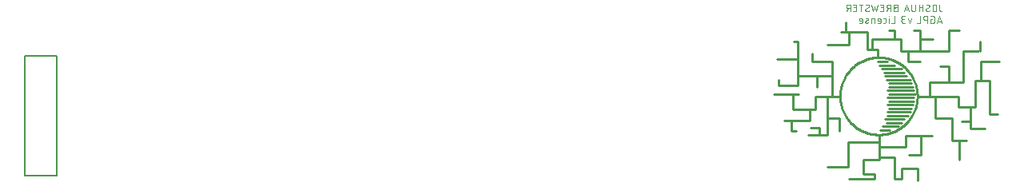
<source format=gbr>
G04 EAGLE Gerber RS-274X export*
G75*
%MOMM*%
%FSLAX34Y34*%
%LPD*%
%INSilkscreen Bottom*%
%IPPOS*%
%AMOC8*
5,1,8,0,0,1.08239X$1,22.5*%
G01*
%ADD10C,0.076200*%
%ADD11C,0.254000*%
%ADD12C,0.127000*%


D10*
X589492Y306959D02*
X589492Y301230D01*
X589494Y301152D01*
X589499Y301074D01*
X589509Y300997D01*
X589522Y300920D01*
X589538Y300844D01*
X589558Y300769D01*
X589582Y300695D01*
X589609Y300622D01*
X589640Y300550D01*
X589674Y300480D01*
X589711Y300412D01*
X589752Y300345D01*
X589796Y300280D01*
X589842Y300218D01*
X589892Y300158D01*
X589944Y300100D01*
X589999Y300045D01*
X590057Y299993D01*
X590117Y299943D01*
X590179Y299897D01*
X590244Y299853D01*
X590311Y299812D01*
X590379Y299775D01*
X590449Y299741D01*
X590521Y299710D01*
X590594Y299683D01*
X590668Y299659D01*
X590743Y299639D01*
X590819Y299623D01*
X590896Y299610D01*
X590973Y299600D01*
X591051Y299595D01*
X591129Y299593D01*
X591947Y299593D01*
X586057Y301639D02*
X586057Y304913D01*
X586055Y305002D01*
X586049Y305091D01*
X586039Y305180D01*
X586026Y305268D01*
X586009Y305356D01*
X585987Y305443D01*
X585962Y305528D01*
X585934Y305613D01*
X585901Y305696D01*
X585865Y305778D01*
X585826Y305858D01*
X585783Y305936D01*
X585737Y306012D01*
X585687Y306087D01*
X585634Y306159D01*
X585578Y306228D01*
X585519Y306295D01*
X585458Y306360D01*
X585393Y306421D01*
X585326Y306480D01*
X585257Y306536D01*
X585185Y306589D01*
X585110Y306639D01*
X585034Y306685D01*
X584956Y306728D01*
X584876Y306767D01*
X584794Y306803D01*
X584711Y306836D01*
X584626Y306864D01*
X584541Y306889D01*
X584454Y306911D01*
X584366Y306928D01*
X584278Y306941D01*
X584189Y306951D01*
X584100Y306957D01*
X584011Y306959D01*
X583922Y306957D01*
X583833Y306951D01*
X583744Y306941D01*
X583656Y306928D01*
X583568Y306911D01*
X583481Y306889D01*
X583396Y306864D01*
X583311Y306836D01*
X583228Y306803D01*
X583146Y306767D01*
X583066Y306728D01*
X582988Y306685D01*
X582912Y306639D01*
X582837Y306589D01*
X582765Y306536D01*
X582696Y306480D01*
X582629Y306421D01*
X582564Y306360D01*
X582503Y306295D01*
X582444Y306228D01*
X582388Y306159D01*
X582335Y306087D01*
X582285Y306012D01*
X582239Y305936D01*
X582196Y305858D01*
X582157Y305778D01*
X582121Y305696D01*
X582088Y305613D01*
X582060Y305528D01*
X582035Y305443D01*
X582013Y305356D01*
X581996Y305268D01*
X581983Y305180D01*
X581973Y305091D01*
X581967Y305002D01*
X581965Y304913D01*
X581965Y301639D01*
X581967Y301550D01*
X581973Y301461D01*
X581983Y301372D01*
X581996Y301284D01*
X582013Y301196D01*
X582035Y301109D01*
X582060Y301024D01*
X582088Y300939D01*
X582121Y300856D01*
X582157Y300774D01*
X582196Y300694D01*
X582239Y300616D01*
X582285Y300540D01*
X582335Y300465D01*
X582388Y300393D01*
X582444Y300324D01*
X582503Y300257D01*
X582564Y300192D01*
X582629Y300131D01*
X582696Y300072D01*
X582765Y300016D01*
X582837Y299963D01*
X582912Y299913D01*
X582988Y299867D01*
X583066Y299824D01*
X583146Y299785D01*
X583228Y299749D01*
X583311Y299716D01*
X583396Y299688D01*
X583481Y299663D01*
X583568Y299641D01*
X583656Y299624D01*
X583744Y299611D01*
X583833Y299601D01*
X583922Y299595D01*
X584011Y299593D01*
X584100Y299595D01*
X584189Y299601D01*
X584278Y299611D01*
X584366Y299624D01*
X584454Y299641D01*
X584541Y299663D01*
X584626Y299688D01*
X584711Y299716D01*
X584794Y299749D01*
X584876Y299785D01*
X584956Y299824D01*
X585034Y299867D01*
X585110Y299913D01*
X585185Y299963D01*
X585257Y300016D01*
X585326Y300072D01*
X585393Y300131D01*
X585458Y300192D01*
X585519Y300257D01*
X585578Y300324D01*
X585634Y300393D01*
X585687Y300465D01*
X585737Y300540D01*
X585783Y300616D01*
X585826Y300694D01*
X585865Y300774D01*
X585901Y300856D01*
X585934Y300939D01*
X585962Y301024D01*
X585987Y301109D01*
X586009Y301196D01*
X586026Y301284D01*
X586039Y301372D01*
X586049Y301461D01*
X586055Y301550D01*
X586057Y301639D01*
X576530Y299593D02*
X576452Y299595D01*
X576374Y299600D01*
X576297Y299610D01*
X576220Y299623D01*
X576144Y299639D01*
X576069Y299659D01*
X575995Y299683D01*
X575922Y299710D01*
X575850Y299741D01*
X575780Y299775D01*
X575712Y299812D01*
X575645Y299853D01*
X575580Y299897D01*
X575518Y299943D01*
X575458Y299993D01*
X575400Y300045D01*
X575345Y300100D01*
X575293Y300158D01*
X575243Y300218D01*
X575197Y300280D01*
X575153Y300345D01*
X575112Y300411D01*
X575075Y300480D01*
X575041Y300550D01*
X575010Y300622D01*
X574983Y300695D01*
X574959Y300769D01*
X574939Y300844D01*
X574923Y300920D01*
X574910Y300997D01*
X574900Y301074D01*
X574895Y301152D01*
X574893Y301230D01*
X576530Y299593D02*
X576644Y299595D01*
X576757Y299600D01*
X576871Y299610D01*
X576984Y299623D01*
X577096Y299640D01*
X577208Y299660D01*
X577319Y299684D01*
X577430Y299712D01*
X577539Y299743D01*
X577647Y299778D01*
X577754Y299817D01*
X577860Y299859D01*
X577964Y299904D01*
X578067Y299953D01*
X578168Y300006D01*
X578267Y300061D01*
X578365Y300120D01*
X578460Y300182D01*
X578553Y300247D01*
X578645Y300315D01*
X578733Y300386D01*
X578820Y300460D01*
X578904Y300537D01*
X578985Y300616D01*
X578781Y305322D02*
X578779Y305400D01*
X578774Y305478D01*
X578764Y305555D01*
X578751Y305632D01*
X578735Y305708D01*
X578715Y305783D01*
X578691Y305857D01*
X578664Y305930D01*
X578633Y306002D01*
X578599Y306072D01*
X578562Y306141D01*
X578521Y306207D01*
X578477Y306272D01*
X578431Y306334D01*
X578381Y306394D01*
X578329Y306452D01*
X578274Y306507D01*
X578216Y306559D01*
X578156Y306609D01*
X578094Y306655D01*
X578029Y306699D01*
X577963Y306740D01*
X577894Y306777D01*
X577824Y306811D01*
X577752Y306842D01*
X577679Y306869D01*
X577605Y306893D01*
X577530Y306913D01*
X577454Y306929D01*
X577377Y306942D01*
X577300Y306952D01*
X577222Y306957D01*
X577144Y306959D01*
X577034Y306957D01*
X576925Y306951D01*
X576815Y306941D01*
X576707Y306928D01*
X576598Y306910D01*
X576491Y306889D01*
X576384Y306863D01*
X576278Y306834D01*
X576173Y306802D01*
X576070Y306765D01*
X575968Y306725D01*
X575867Y306681D01*
X575768Y306633D01*
X575671Y306583D01*
X575576Y306528D01*
X575483Y306470D01*
X575392Y306409D01*
X575303Y306345D01*
X577963Y303889D02*
X578030Y303931D01*
X578095Y303975D01*
X578157Y304023D01*
X578217Y304073D01*
X578275Y304126D01*
X578330Y304182D01*
X578382Y304241D01*
X578432Y304301D01*
X578479Y304365D01*
X578522Y304430D01*
X578563Y304497D01*
X578600Y304566D01*
X578634Y304637D01*
X578665Y304709D01*
X578692Y304783D01*
X578716Y304857D01*
X578736Y304933D01*
X578752Y305010D01*
X578765Y305087D01*
X578775Y305165D01*
X578780Y305244D01*
X578782Y305322D01*
X575712Y302662D02*
X575646Y302621D01*
X575581Y302576D01*
X575519Y302529D01*
X575459Y302478D01*
X575401Y302425D01*
X575346Y302369D01*
X575293Y302311D01*
X575244Y302250D01*
X575197Y302187D01*
X575154Y302122D01*
X575113Y302055D01*
X575076Y301986D01*
X575042Y301915D01*
X575011Y301843D01*
X574984Y301769D01*
X574960Y301694D01*
X574940Y301619D01*
X574924Y301542D01*
X574911Y301465D01*
X574901Y301387D01*
X574896Y301308D01*
X574894Y301230D01*
X575712Y302662D02*
X577963Y303890D01*
X571671Y306959D02*
X571671Y299593D01*
X571671Y303685D02*
X567578Y303685D01*
X567578Y306959D02*
X567578Y299593D01*
X563868Y301639D02*
X563868Y306959D01*
X563868Y301639D02*
X563866Y301550D01*
X563860Y301461D01*
X563850Y301372D01*
X563837Y301284D01*
X563820Y301196D01*
X563798Y301109D01*
X563773Y301024D01*
X563745Y300939D01*
X563712Y300856D01*
X563676Y300774D01*
X563637Y300694D01*
X563594Y300616D01*
X563548Y300540D01*
X563498Y300465D01*
X563445Y300393D01*
X563389Y300324D01*
X563330Y300257D01*
X563269Y300192D01*
X563204Y300131D01*
X563137Y300072D01*
X563068Y300016D01*
X562996Y299963D01*
X562921Y299913D01*
X562845Y299867D01*
X562767Y299824D01*
X562687Y299785D01*
X562605Y299749D01*
X562522Y299716D01*
X562437Y299688D01*
X562352Y299663D01*
X562265Y299641D01*
X562177Y299624D01*
X562089Y299611D01*
X562000Y299601D01*
X561911Y299595D01*
X561822Y299593D01*
X561733Y299595D01*
X561644Y299601D01*
X561555Y299611D01*
X561467Y299624D01*
X561379Y299641D01*
X561292Y299663D01*
X561207Y299688D01*
X561122Y299716D01*
X561039Y299749D01*
X560957Y299785D01*
X560877Y299824D01*
X560799Y299867D01*
X560723Y299913D01*
X560648Y299963D01*
X560576Y300016D01*
X560507Y300072D01*
X560440Y300131D01*
X560375Y300192D01*
X560314Y300257D01*
X560255Y300324D01*
X560199Y300393D01*
X560146Y300465D01*
X560096Y300540D01*
X560050Y300616D01*
X560007Y300694D01*
X559968Y300774D01*
X559932Y300856D01*
X559899Y300939D01*
X559871Y301024D01*
X559846Y301109D01*
X559824Y301196D01*
X559807Y301284D01*
X559794Y301372D01*
X559784Y301461D01*
X559778Y301550D01*
X559776Y301639D01*
X559776Y306959D01*
X554263Y306959D02*
X556718Y299593D01*
X551807Y299593D02*
X554263Y306959D01*
X556104Y301435D02*
X552421Y301435D01*
X544731Y303685D02*
X542685Y303685D01*
X542596Y303683D01*
X542507Y303677D01*
X542418Y303667D01*
X542330Y303654D01*
X542242Y303637D01*
X542155Y303615D01*
X542070Y303590D01*
X541985Y303562D01*
X541902Y303529D01*
X541820Y303493D01*
X541740Y303454D01*
X541662Y303411D01*
X541586Y303365D01*
X541511Y303315D01*
X541439Y303262D01*
X541370Y303206D01*
X541303Y303147D01*
X541238Y303086D01*
X541177Y303021D01*
X541118Y302954D01*
X541062Y302885D01*
X541009Y302813D01*
X540959Y302738D01*
X540913Y302662D01*
X540870Y302584D01*
X540831Y302504D01*
X540795Y302422D01*
X540762Y302339D01*
X540734Y302254D01*
X540709Y302169D01*
X540687Y302082D01*
X540670Y301994D01*
X540657Y301906D01*
X540647Y301817D01*
X540641Y301728D01*
X540639Y301639D01*
X540641Y301550D01*
X540647Y301461D01*
X540657Y301372D01*
X540670Y301284D01*
X540687Y301196D01*
X540709Y301109D01*
X540734Y301024D01*
X540762Y300939D01*
X540795Y300856D01*
X540831Y300774D01*
X540870Y300694D01*
X540913Y300616D01*
X540959Y300540D01*
X541009Y300465D01*
X541062Y300393D01*
X541118Y300324D01*
X541177Y300257D01*
X541238Y300192D01*
X541303Y300131D01*
X541370Y300072D01*
X541439Y300016D01*
X541511Y299963D01*
X541586Y299913D01*
X541662Y299867D01*
X541740Y299824D01*
X541820Y299785D01*
X541902Y299749D01*
X541985Y299716D01*
X542070Y299688D01*
X542155Y299663D01*
X542242Y299641D01*
X542330Y299624D01*
X542418Y299611D01*
X542507Y299601D01*
X542596Y299595D01*
X542685Y299593D01*
X544731Y299593D01*
X544731Y306959D01*
X542685Y306959D01*
X542606Y306957D01*
X542527Y306951D01*
X542448Y306942D01*
X542370Y306929D01*
X542293Y306911D01*
X542217Y306891D01*
X542142Y306866D01*
X542068Y306838D01*
X541995Y306807D01*
X541924Y306771D01*
X541855Y306733D01*
X541788Y306691D01*
X541723Y306646D01*
X541660Y306598D01*
X541599Y306547D01*
X541542Y306493D01*
X541486Y306437D01*
X541434Y306378D01*
X541384Y306316D01*
X541338Y306252D01*
X541294Y306186D01*
X541254Y306118D01*
X541218Y306048D01*
X541184Y305976D01*
X541154Y305902D01*
X541128Y305828D01*
X541105Y305752D01*
X541087Y305675D01*
X541071Y305598D01*
X541060Y305519D01*
X541052Y305441D01*
X541048Y305362D01*
X541048Y305282D01*
X541052Y305203D01*
X541060Y305125D01*
X541071Y305046D01*
X541087Y304969D01*
X541105Y304892D01*
X541128Y304816D01*
X541154Y304742D01*
X541184Y304668D01*
X541218Y304596D01*
X541254Y304526D01*
X541294Y304458D01*
X541338Y304392D01*
X541384Y304328D01*
X541434Y304266D01*
X541486Y304207D01*
X541542Y304151D01*
X541599Y304097D01*
X541660Y304046D01*
X541723Y303998D01*
X541788Y303953D01*
X541855Y303911D01*
X541924Y303873D01*
X541995Y303837D01*
X542068Y303806D01*
X542142Y303778D01*
X542217Y303753D01*
X542293Y303733D01*
X542370Y303715D01*
X542448Y303702D01*
X542527Y303693D01*
X542606Y303687D01*
X542685Y303685D01*
X537482Y306959D02*
X537482Y299593D01*
X537482Y306959D02*
X535436Y306959D01*
X535347Y306957D01*
X535258Y306951D01*
X535169Y306941D01*
X535081Y306928D01*
X534993Y306911D01*
X534906Y306889D01*
X534821Y306864D01*
X534736Y306836D01*
X534653Y306803D01*
X534571Y306767D01*
X534491Y306728D01*
X534413Y306685D01*
X534337Y306639D01*
X534262Y306589D01*
X534190Y306536D01*
X534121Y306480D01*
X534054Y306421D01*
X533989Y306360D01*
X533928Y306295D01*
X533869Y306228D01*
X533813Y306159D01*
X533760Y306087D01*
X533710Y306012D01*
X533664Y305936D01*
X533621Y305858D01*
X533582Y305778D01*
X533546Y305696D01*
X533513Y305613D01*
X533485Y305528D01*
X533460Y305443D01*
X533438Y305356D01*
X533421Y305268D01*
X533408Y305180D01*
X533398Y305091D01*
X533392Y305002D01*
X533390Y304913D01*
X533392Y304824D01*
X533398Y304735D01*
X533408Y304646D01*
X533421Y304558D01*
X533438Y304470D01*
X533460Y304383D01*
X533485Y304298D01*
X533513Y304213D01*
X533546Y304130D01*
X533582Y304048D01*
X533621Y303968D01*
X533664Y303890D01*
X533710Y303814D01*
X533760Y303739D01*
X533813Y303667D01*
X533869Y303598D01*
X533928Y303531D01*
X533989Y303466D01*
X534054Y303405D01*
X534121Y303346D01*
X534190Y303290D01*
X534262Y303237D01*
X534337Y303187D01*
X534413Y303141D01*
X534491Y303098D01*
X534571Y303059D01*
X534653Y303023D01*
X534736Y302990D01*
X534821Y302962D01*
X534906Y302937D01*
X534993Y302915D01*
X535081Y302898D01*
X535169Y302885D01*
X535258Y302875D01*
X535347Y302869D01*
X535436Y302867D01*
X537482Y302867D01*
X535027Y302867D02*
X533390Y299593D01*
X529958Y299593D02*
X526685Y299593D01*
X529958Y299593D02*
X529958Y306959D01*
X526685Y306959D01*
X527503Y303685D02*
X529958Y303685D01*
X524130Y306959D02*
X522494Y299593D01*
X520857Y304504D01*
X519220Y299593D01*
X517583Y306959D01*
X510764Y301230D02*
X510766Y301152D01*
X510771Y301074D01*
X510781Y300997D01*
X510794Y300920D01*
X510810Y300844D01*
X510830Y300769D01*
X510854Y300695D01*
X510881Y300622D01*
X510912Y300550D01*
X510946Y300480D01*
X510983Y300411D01*
X511024Y300345D01*
X511068Y300280D01*
X511114Y300218D01*
X511164Y300158D01*
X511216Y300100D01*
X511271Y300045D01*
X511329Y299993D01*
X511389Y299943D01*
X511451Y299897D01*
X511516Y299853D01*
X511583Y299812D01*
X511651Y299775D01*
X511721Y299741D01*
X511793Y299710D01*
X511866Y299683D01*
X511940Y299659D01*
X512015Y299639D01*
X512091Y299623D01*
X512168Y299610D01*
X512245Y299600D01*
X512323Y299595D01*
X512401Y299593D01*
X512515Y299595D01*
X512628Y299600D01*
X512742Y299610D01*
X512855Y299623D01*
X512967Y299640D01*
X513079Y299660D01*
X513190Y299684D01*
X513301Y299712D01*
X513410Y299743D01*
X513518Y299778D01*
X513625Y299817D01*
X513731Y299859D01*
X513835Y299904D01*
X513938Y299953D01*
X514039Y300006D01*
X514138Y300061D01*
X514236Y300120D01*
X514331Y300182D01*
X514424Y300247D01*
X514516Y300315D01*
X514604Y300386D01*
X514691Y300460D01*
X514775Y300537D01*
X514856Y300616D01*
X514652Y305322D02*
X514650Y305400D01*
X514645Y305478D01*
X514635Y305555D01*
X514622Y305632D01*
X514606Y305708D01*
X514586Y305783D01*
X514562Y305857D01*
X514535Y305930D01*
X514504Y306002D01*
X514470Y306072D01*
X514433Y306141D01*
X514392Y306207D01*
X514348Y306272D01*
X514302Y306334D01*
X514252Y306394D01*
X514200Y306452D01*
X514145Y306507D01*
X514087Y306559D01*
X514027Y306609D01*
X513965Y306655D01*
X513900Y306699D01*
X513834Y306740D01*
X513765Y306777D01*
X513695Y306811D01*
X513623Y306842D01*
X513550Y306869D01*
X513476Y306893D01*
X513401Y306913D01*
X513325Y306929D01*
X513248Y306942D01*
X513171Y306952D01*
X513093Y306957D01*
X513015Y306959D01*
X512905Y306957D01*
X512796Y306951D01*
X512686Y306941D01*
X512578Y306928D01*
X512469Y306910D01*
X512362Y306889D01*
X512255Y306863D01*
X512149Y306834D01*
X512044Y306802D01*
X511941Y306765D01*
X511839Y306725D01*
X511738Y306681D01*
X511639Y306633D01*
X511542Y306583D01*
X511447Y306528D01*
X511354Y306470D01*
X511263Y306409D01*
X511174Y306345D01*
X513833Y303889D02*
X513900Y303931D01*
X513965Y303975D01*
X514027Y304023D01*
X514087Y304073D01*
X514145Y304126D01*
X514200Y304182D01*
X514252Y304241D01*
X514302Y304301D01*
X514349Y304365D01*
X514392Y304430D01*
X514433Y304497D01*
X514470Y304566D01*
X514504Y304637D01*
X514535Y304709D01*
X514562Y304783D01*
X514586Y304857D01*
X514606Y304933D01*
X514622Y305010D01*
X514635Y305087D01*
X514645Y305165D01*
X514650Y305244D01*
X514652Y305322D01*
X511582Y302662D02*
X511516Y302621D01*
X511451Y302576D01*
X511389Y302529D01*
X511329Y302478D01*
X511271Y302425D01*
X511216Y302369D01*
X511163Y302311D01*
X511114Y302250D01*
X511067Y302187D01*
X511024Y302122D01*
X510983Y302055D01*
X510946Y301986D01*
X510912Y301915D01*
X510881Y301843D01*
X510854Y301769D01*
X510830Y301694D01*
X510810Y301619D01*
X510794Y301542D01*
X510781Y301465D01*
X510771Y301387D01*
X510766Y301308D01*
X510764Y301230D01*
X511582Y302662D02*
X513833Y303890D01*
X506226Y306959D02*
X506226Y299593D01*
X508272Y306959D02*
X504180Y306959D01*
X501185Y299593D02*
X497912Y299593D01*
X501185Y299593D02*
X501185Y306959D01*
X497912Y306959D01*
X498730Y303685D02*
X501185Y303685D01*
X494810Y306959D02*
X494810Y299593D01*
X494810Y306959D02*
X492764Y306959D01*
X492675Y306957D01*
X492586Y306951D01*
X492497Y306941D01*
X492409Y306928D01*
X492321Y306911D01*
X492234Y306889D01*
X492149Y306864D01*
X492064Y306836D01*
X491981Y306803D01*
X491899Y306767D01*
X491819Y306728D01*
X491741Y306685D01*
X491665Y306639D01*
X491590Y306589D01*
X491518Y306536D01*
X491449Y306480D01*
X491382Y306421D01*
X491317Y306360D01*
X491256Y306295D01*
X491197Y306228D01*
X491141Y306159D01*
X491088Y306087D01*
X491038Y306012D01*
X490992Y305936D01*
X490949Y305858D01*
X490910Y305778D01*
X490874Y305696D01*
X490841Y305613D01*
X490813Y305528D01*
X490788Y305443D01*
X490766Y305356D01*
X490749Y305268D01*
X490736Y305180D01*
X490726Y305091D01*
X490720Y305002D01*
X490718Y304913D01*
X490720Y304824D01*
X490726Y304735D01*
X490736Y304646D01*
X490749Y304558D01*
X490766Y304470D01*
X490788Y304383D01*
X490813Y304298D01*
X490841Y304213D01*
X490874Y304130D01*
X490910Y304048D01*
X490949Y303968D01*
X490992Y303890D01*
X491038Y303814D01*
X491088Y303739D01*
X491141Y303667D01*
X491197Y303598D01*
X491256Y303531D01*
X491317Y303466D01*
X491382Y303405D01*
X491449Y303346D01*
X491518Y303290D01*
X491590Y303237D01*
X491665Y303187D01*
X491741Y303141D01*
X491819Y303098D01*
X491899Y303059D01*
X491981Y303023D01*
X492064Y302990D01*
X492149Y302962D01*
X492234Y302937D01*
X492321Y302915D01*
X492409Y302898D01*
X492497Y302885D01*
X492586Y302875D01*
X492675Y302869D01*
X492764Y302867D01*
X494810Y302867D01*
X492355Y302867D02*
X490718Y299593D01*
X589492Y294767D02*
X591947Y287401D01*
X587036Y287401D02*
X589492Y294767D01*
X591333Y289243D02*
X587650Y289243D01*
X581114Y291493D02*
X579887Y291493D01*
X579887Y287401D01*
X582342Y287401D01*
X582420Y287403D01*
X582498Y287408D01*
X582575Y287418D01*
X582652Y287431D01*
X582728Y287447D01*
X582803Y287467D01*
X582877Y287491D01*
X582950Y287518D01*
X583022Y287549D01*
X583092Y287583D01*
X583161Y287620D01*
X583227Y287661D01*
X583292Y287705D01*
X583354Y287751D01*
X583414Y287801D01*
X583472Y287853D01*
X583527Y287908D01*
X583579Y287966D01*
X583629Y288026D01*
X583675Y288088D01*
X583719Y288153D01*
X583760Y288220D01*
X583797Y288288D01*
X583831Y288358D01*
X583862Y288430D01*
X583889Y288503D01*
X583913Y288577D01*
X583933Y288652D01*
X583949Y288728D01*
X583962Y288805D01*
X583972Y288882D01*
X583977Y288960D01*
X583979Y289038D01*
X583979Y293130D01*
X583977Y293208D01*
X583972Y293286D01*
X583962Y293363D01*
X583949Y293440D01*
X583933Y293516D01*
X583913Y293591D01*
X583889Y293665D01*
X583862Y293738D01*
X583831Y293810D01*
X583797Y293880D01*
X583760Y293949D01*
X583719Y294015D01*
X583675Y294080D01*
X583629Y294142D01*
X583579Y294202D01*
X583527Y294260D01*
X583472Y294315D01*
X583414Y294367D01*
X583354Y294417D01*
X583292Y294463D01*
X583227Y294507D01*
X583161Y294548D01*
X583092Y294585D01*
X583022Y294619D01*
X582950Y294650D01*
X582877Y294677D01*
X582803Y294701D01*
X582728Y294721D01*
X582652Y294737D01*
X582575Y294750D01*
X582498Y294760D01*
X582420Y294765D01*
X582342Y294767D01*
X579887Y294767D01*
X576058Y294767D02*
X576058Y287401D01*
X576058Y294767D02*
X574012Y294767D01*
X573923Y294765D01*
X573834Y294759D01*
X573745Y294749D01*
X573657Y294736D01*
X573569Y294719D01*
X573482Y294697D01*
X573397Y294672D01*
X573312Y294644D01*
X573229Y294611D01*
X573147Y294575D01*
X573067Y294536D01*
X572989Y294493D01*
X572913Y294447D01*
X572838Y294397D01*
X572766Y294344D01*
X572697Y294288D01*
X572630Y294229D01*
X572565Y294168D01*
X572504Y294103D01*
X572445Y294036D01*
X572389Y293967D01*
X572336Y293895D01*
X572286Y293820D01*
X572240Y293744D01*
X572197Y293666D01*
X572158Y293586D01*
X572122Y293504D01*
X572089Y293421D01*
X572061Y293336D01*
X572036Y293251D01*
X572014Y293164D01*
X571997Y293076D01*
X571984Y292988D01*
X571974Y292899D01*
X571968Y292810D01*
X571966Y292721D01*
X571968Y292632D01*
X571974Y292543D01*
X571984Y292454D01*
X571997Y292366D01*
X572014Y292278D01*
X572036Y292191D01*
X572061Y292106D01*
X572089Y292021D01*
X572122Y291938D01*
X572158Y291856D01*
X572197Y291776D01*
X572240Y291698D01*
X572286Y291622D01*
X572336Y291547D01*
X572389Y291475D01*
X572445Y291406D01*
X572504Y291339D01*
X572565Y291274D01*
X572630Y291213D01*
X572697Y291154D01*
X572766Y291098D01*
X572838Y291045D01*
X572913Y290995D01*
X572989Y290949D01*
X573067Y290906D01*
X573147Y290867D01*
X573229Y290831D01*
X573312Y290798D01*
X573397Y290770D01*
X573482Y290745D01*
X573569Y290723D01*
X573657Y290706D01*
X573745Y290693D01*
X573834Y290683D01*
X573923Y290677D01*
X574012Y290675D01*
X576058Y290675D01*
X568845Y287401D02*
X568845Y294767D01*
X568845Y287401D02*
X565571Y287401D01*
X557549Y287401D02*
X559186Y292312D01*
X555912Y292312D02*
X557549Y287401D01*
X553011Y287401D02*
X550965Y287401D01*
X550876Y287403D01*
X550787Y287409D01*
X550698Y287419D01*
X550610Y287432D01*
X550522Y287449D01*
X550435Y287471D01*
X550350Y287496D01*
X550265Y287524D01*
X550182Y287557D01*
X550100Y287593D01*
X550020Y287632D01*
X549942Y287675D01*
X549866Y287721D01*
X549791Y287771D01*
X549719Y287824D01*
X549650Y287880D01*
X549583Y287939D01*
X549518Y288000D01*
X549457Y288065D01*
X549398Y288132D01*
X549342Y288201D01*
X549289Y288273D01*
X549239Y288348D01*
X549193Y288424D01*
X549150Y288502D01*
X549111Y288582D01*
X549075Y288664D01*
X549042Y288747D01*
X549014Y288832D01*
X548989Y288917D01*
X548967Y289004D01*
X548950Y289092D01*
X548937Y289180D01*
X548927Y289269D01*
X548921Y289358D01*
X548919Y289447D01*
X548921Y289536D01*
X548927Y289625D01*
X548937Y289714D01*
X548950Y289802D01*
X548967Y289890D01*
X548989Y289977D01*
X549014Y290062D01*
X549042Y290147D01*
X549075Y290230D01*
X549111Y290312D01*
X549150Y290392D01*
X549193Y290470D01*
X549239Y290546D01*
X549289Y290621D01*
X549342Y290693D01*
X549398Y290762D01*
X549457Y290829D01*
X549518Y290894D01*
X549583Y290955D01*
X549650Y291014D01*
X549719Y291070D01*
X549791Y291123D01*
X549866Y291173D01*
X549942Y291219D01*
X550020Y291262D01*
X550100Y291301D01*
X550182Y291337D01*
X550265Y291370D01*
X550350Y291398D01*
X550435Y291423D01*
X550522Y291445D01*
X550610Y291462D01*
X550698Y291475D01*
X550787Y291485D01*
X550876Y291491D01*
X550965Y291493D01*
X550556Y294767D02*
X553011Y294767D01*
X550556Y294767D02*
X550477Y294765D01*
X550398Y294759D01*
X550319Y294750D01*
X550241Y294737D01*
X550164Y294719D01*
X550088Y294699D01*
X550013Y294674D01*
X549939Y294646D01*
X549866Y294615D01*
X549795Y294579D01*
X549726Y294541D01*
X549659Y294499D01*
X549594Y294454D01*
X549531Y294406D01*
X549470Y294355D01*
X549413Y294301D01*
X549357Y294245D01*
X549305Y294186D01*
X549255Y294124D01*
X549209Y294060D01*
X549165Y293994D01*
X549125Y293926D01*
X549089Y293856D01*
X549055Y293784D01*
X549025Y293710D01*
X548999Y293636D01*
X548976Y293560D01*
X548958Y293483D01*
X548942Y293406D01*
X548931Y293327D01*
X548923Y293249D01*
X548919Y293170D01*
X548919Y293090D01*
X548923Y293011D01*
X548931Y292933D01*
X548942Y292854D01*
X548958Y292777D01*
X548976Y292700D01*
X548999Y292624D01*
X549025Y292550D01*
X549055Y292476D01*
X549089Y292404D01*
X549125Y292334D01*
X549165Y292266D01*
X549209Y292200D01*
X549255Y292136D01*
X549305Y292074D01*
X549357Y292015D01*
X549413Y291959D01*
X549470Y291905D01*
X549531Y291854D01*
X549594Y291806D01*
X549659Y291761D01*
X549726Y291719D01*
X549795Y291681D01*
X549866Y291645D01*
X549939Y291614D01*
X550013Y291586D01*
X550088Y291561D01*
X550164Y291541D01*
X550241Y291523D01*
X550319Y291510D01*
X550398Y291501D01*
X550477Y291495D01*
X550556Y291493D01*
X552193Y291493D01*
X541535Y294767D02*
X541535Y287401D01*
X538261Y287401D01*
X535603Y287401D02*
X535603Y292312D01*
X535808Y294358D02*
X535808Y294767D01*
X535399Y294767D01*
X535399Y294358D01*
X535808Y294358D01*
X531370Y287401D02*
X529733Y287401D01*
X531370Y287401D02*
X531439Y287403D01*
X531507Y287409D01*
X531576Y287418D01*
X531643Y287432D01*
X531710Y287449D01*
X531776Y287470D01*
X531840Y287494D01*
X531903Y287523D01*
X531964Y287554D01*
X532023Y287589D01*
X532081Y287627D01*
X532136Y287669D01*
X532188Y287713D01*
X532238Y287761D01*
X532286Y287811D01*
X532330Y287863D01*
X532372Y287918D01*
X532410Y287976D01*
X532445Y288035D01*
X532476Y288096D01*
X532505Y288159D01*
X532529Y288223D01*
X532550Y288289D01*
X532567Y288356D01*
X532581Y288423D01*
X532590Y288492D01*
X532596Y288560D01*
X532598Y288629D01*
X532598Y291084D01*
X532596Y291153D01*
X532590Y291221D01*
X532581Y291290D01*
X532567Y291357D01*
X532550Y291424D01*
X532529Y291490D01*
X532505Y291554D01*
X532476Y291617D01*
X532445Y291678D01*
X532410Y291737D01*
X532372Y291795D01*
X532330Y291850D01*
X532286Y291902D01*
X532238Y291952D01*
X532188Y292000D01*
X532136Y292044D01*
X532081Y292086D01*
X532023Y292124D01*
X531964Y292159D01*
X531903Y292190D01*
X531840Y292219D01*
X531776Y292243D01*
X531710Y292264D01*
X531643Y292281D01*
X531576Y292295D01*
X531507Y292304D01*
X531439Y292310D01*
X531370Y292312D01*
X529733Y292312D01*
X525771Y287401D02*
X523725Y287401D01*
X525771Y287401D02*
X525840Y287403D01*
X525908Y287409D01*
X525977Y287418D01*
X526044Y287432D01*
X526111Y287449D01*
X526177Y287470D01*
X526241Y287494D01*
X526304Y287523D01*
X526365Y287554D01*
X526424Y287589D01*
X526482Y287627D01*
X526537Y287669D01*
X526589Y287713D01*
X526639Y287761D01*
X526687Y287811D01*
X526731Y287863D01*
X526773Y287918D01*
X526811Y287976D01*
X526846Y288035D01*
X526877Y288096D01*
X526906Y288159D01*
X526930Y288223D01*
X526951Y288289D01*
X526968Y288356D01*
X526982Y288423D01*
X526991Y288492D01*
X526997Y288560D01*
X526999Y288629D01*
X526999Y290675D01*
X526997Y290754D01*
X526991Y290833D01*
X526982Y290912D01*
X526969Y290990D01*
X526951Y291067D01*
X526931Y291143D01*
X526906Y291218D01*
X526878Y291292D01*
X526847Y291365D01*
X526811Y291436D01*
X526773Y291505D01*
X526731Y291572D01*
X526686Y291637D01*
X526638Y291700D01*
X526587Y291761D01*
X526533Y291818D01*
X526477Y291874D01*
X526418Y291926D01*
X526356Y291976D01*
X526292Y292022D01*
X526226Y292066D01*
X526158Y292106D01*
X526088Y292142D01*
X526016Y292176D01*
X525942Y292206D01*
X525868Y292232D01*
X525792Y292255D01*
X525715Y292273D01*
X525638Y292289D01*
X525559Y292300D01*
X525481Y292308D01*
X525402Y292312D01*
X525322Y292312D01*
X525243Y292308D01*
X525165Y292300D01*
X525086Y292289D01*
X525009Y292273D01*
X524932Y292255D01*
X524856Y292232D01*
X524782Y292206D01*
X524708Y292176D01*
X524636Y292142D01*
X524566Y292106D01*
X524498Y292066D01*
X524432Y292022D01*
X524368Y291976D01*
X524306Y291926D01*
X524247Y291874D01*
X524191Y291818D01*
X524137Y291761D01*
X524086Y291700D01*
X524038Y291637D01*
X523993Y291572D01*
X523951Y291505D01*
X523913Y291436D01*
X523877Y291365D01*
X523846Y291292D01*
X523818Y291218D01*
X523793Y291143D01*
X523773Y291067D01*
X523755Y290990D01*
X523742Y290912D01*
X523733Y290833D01*
X523727Y290754D01*
X523725Y290675D01*
X523725Y289856D01*
X526999Y289856D01*
X520415Y287401D02*
X520415Y292312D01*
X518369Y292312D01*
X518300Y292310D01*
X518232Y292304D01*
X518163Y292295D01*
X518096Y292281D01*
X518029Y292264D01*
X517963Y292243D01*
X517899Y292219D01*
X517836Y292190D01*
X517775Y292159D01*
X517716Y292124D01*
X517658Y292086D01*
X517603Y292044D01*
X517551Y292000D01*
X517501Y291952D01*
X517453Y291902D01*
X517409Y291850D01*
X517368Y291795D01*
X517329Y291737D01*
X517294Y291678D01*
X517263Y291617D01*
X517234Y291554D01*
X517210Y291490D01*
X517189Y291424D01*
X517172Y291357D01*
X517158Y291290D01*
X517149Y291222D01*
X517143Y291153D01*
X517141Y291084D01*
X517141Y287401D01*
X513218Y290266D02*
X511172Y289447D01*
X513218Y290266D02*
X513277Y290291D01*
X513334Y290320D01*
X513389Y290353D01*
X513442Y290389D01*
X513493Y290427D01*
X513541Y290469D01*
X513587Y290514D01*
X513630Y290561D01*
X513670Y290611D01*
X513707Y290663D01*
X513741Y290718D01*
X513772Y290774D01*
X513799Y290832D01*
X513822Y290892D01*
X513842Y290952D01*
X513858Y291014D01*
X513871Y291077D01*
X513879Y291141D01*
X513884Y291204D01*
X513885Y291268D01*
X513882Y291332D01*
X513875Y291396D01*
X513864Y291459D01*
X513850Y291521D01*
X513832Y291583D01*
X513810Y291643D01*
X513785Y291702D01*
X513756Y291759D01*
X513723Y291814D01*
X513688Y291867D01*
X513649Y291918D01*
X513607Y291967D01*
X513563Y292013D01*
X513515Y292056D01*
X513466Y292096D01*
X513413Y292133D01*
X513359Y292167D01*
X513303Y292198D01*
X513245Y292225D01*
X513186Y292249D01*
X513125Y292268D01*
X513063Y292285D01*
X513000Y292297D01*
X512937Y292306D01*
X512873Y292311D01*
X512809Y292312D01*
X512673Y292308D01*
X512538Y292300D01*
X512402Y292288D01*
X512268Y292272D01*
X512133Y292252D01*
X512000Y292229D01*
X511867Y292201D01*
X511735Y292170D01*
X511604Y292135D01*
X511474Y292096D01*
X511345Y292053D01*
X511218Y292006D01*
X511092Y291956D01*
X510967Y291902D01*
X511172Y289447D02*
X511113Y289422D01*
X511056Y289393D01*
X511001Y289360D01*
X510948Y289324D01*
X510897Y289286D01*
X510849Y289244D01*
X510803Y289199D01*
X510760Y289152D01*
X510720Y289102D01*
X510683Y289050D01*
X510649Y288995D01*
X510618Y288939D01*
X510591Y288881D01*
X510568Y288821D01*
X510548Y288761D01*
X510532Y288699D01*
X510519Y288636D01*
X510511Y288572D01*
X510506Y288509D01*
X510505Y288445D01*
X510508Y288381D01*
X510515Y288317D01*
X510526Y288254D01*
X510540Y288192D01*
X510558Y288130D01*
X510580Y288070D01*
X510605Y288011D01*
X510634Y287954D01*
X510667Y287899D01*
X510702Y287846D01*
X510741Y287795D01*
X510783Y287746D01*
X510827Y287700D01*
X510875Y287657D01*
X510924Y287617D01*
X510977Y287580D01*
X511031Y287546D01*
X511087Y287515D01*
X511145Y287488D01*
X511204Y287464D01*
X511265Y287445D01*
X511327Y287428D01*
X511390Y287416D01*
X511453Y287407D01*
X511517Y287402D01*
X511581Y287401D01*
X511745Y287405D01*
X511909Y287413D01*
X512073Y287425D01*
X512236Y287441D01*
X512399Y287461D01*
X512562Y287484D01*
X512723Y287512D01*
X512885Y287543D01*
X513045Y287578D01*
X513204Y287617D01*
X513363Y287660D01*
X513520Y287706D01*
X513677Y287756D01*
X513832Y287810D01*
X506264Y287401D02*
X504218Y287401D01*
X506264Y287401D02*
X506333Y287403D01*
X506401Y287409D01*
X506470Y287418D01*
X506537Y287432D01*
X506604Y287449D01*
X506670Y287470D01*
X506734Y287494D01*
X506797Y287523D01*
X506858Y287554D01*
X506917Y287589D01*
X506975Y287627D01*
X507030Y287669D01*
X507082Y287713D01*
X507132Y287761D01*
X507180Y287811D01*
X507224Y287863D01*
X507266Y287918D01*
X507304Y287976D01*
X507339Y288035D01*
X507370Y288096D01*
X507399Y288159D01*
X507423Y288223D01*
X507444Y288289D01*
X507461Y288356D01*
X507475Y288423D01*
X507484Y288492D01*
X507490Y288560D01*
X507492Y288629D01*
X507492Y290675D01*
X507490Y290754D01*
X507484Y290833D01*
X507475Y290912D01*
X507462Y290990D01*
X507444Y291067D01*
X507424Y291143D01*
X507399Y291218D01*
X507371Y291292D01*
X507340Y291365D01*
X507304Y291436D01*
X507266Y291505D01*
X507224Y291572D01*
X507179Y291637D01*
X507131Y291700D01*
X507080Y291761D01*
X507026Y291818D01*
X506970Y291874D01*
X506911Y291926D01*
X506849Y291976D01*
X506785Y292022D01*
X506719Y292066D01*
X506651Y292106D01*
X506581Y292142D01*
X506509Y292176D01*
X506435Y292206D01*
X506361Y292232D01*
X506285Y292255D01*
X506208Y292273D01*
X506131Y292289D01*
X506052Y292300D01*
X505974Y292308D01*
X505895Y292312D01*
X505815Y292312D01*
X505736Y292308D01*
X505658Y292300D01*
X505579Y292289D01*
X505502Y292273D01*
X505425Y292255D01*
X505349Y292232D01*
X505275Y292206D01*
X505201Y292176D01*
X505129Y292142D01*
X505059Y292106D01*
X504991Y292066D01*
X504925Y292022D01*
X504861Y291976D01*
X504799Y291926D01*
X504740Y291874D01*
X504684Y291818D01*
X504630Y291761D01*
X504579Y291700D01*
X504531Y291637D01*
X504486Y291572D01*
X504444Y291505D01*
X504406Y291436D01*
X504370Y291365D01*
X504339Y291292D01*
X504311Y291218D01*
X504286Y291143D01*
X504266Y291067D01*
X504248Y290990D01*
X504235Y290912D01*
X504226Y290833D01*
X504220Y290754D01*
X504218Y290675D01*
X504218Y289856D01*
X507492Y289856D01*
D11*
X484066Y209804D02*
X484078Y210809D01*
X484115Y211813D01*
X484177Y212817D01*
X484263Y213818D01*
X484374Y214817D01*
X484509Y215813D01*
X484669Y216805D01*
X484853Y217793D01*
X485061Y218777D01*
X485293Y219755D01*
X485549Y220726D01*
X485829Y221692D01*
X486133Y222650D01*
X486460Y223600D01*
X486810Y224542D01*
X487183Y225476D01*
X487579Y226399D01*
X487998Y227313D01*
X488439Y228216D01*
X488902Y229109D01*
X489386Y229989D01*
X489892Y230858D01*
X490420Y231713D01*
X490968Y232556D01*
X491536Y233384D01*
X492125Y234199D01*
X492734Y234999D01*
X493362Y235784D01*
X494009Y236553D01*
X494675Y237306D01*
X495359Y238042D01*
X496061Y238761D01*
X496780Y239463D01*
X497516Y240147D01*
X498269Y240813D01*
X499038Y241460D01*
X499823Y242088D01*
X500623Y242697D01*
X501438Y243286D01*
X502266Y243854D01*
X503109Y244402D01*
X503964Y244930D01*
X504833Y245436D01*
X505713Y245920D01*
X506606Y246383D01*
X507509Y246824D01*
X508423Y247243D01*
X509346Y247639D01*
X510280Y248012D01*
X511222Y248362D01*
X512172Y248689D01*
X513130Y248993D01*
X514096Y249273D01*
X515067Y249529D01*
X516045Y249761D01*
X517029Y249969D01*
X518017Y250153D01*
X519009Y250313D01*
X520005Y250448D01*
X521004Y250559D01*
X522005Y250645D01*
X523009Y250707D01*
X524013Y250744D01*
X525018Y250756D01*
X526023Y250744D01*
X527027Y250707D01*
X528031Y250645D01*
X529032Y250559D01*
X530031Y250448D01*
X531027Y250313D01*
X532019Y250153D01*
X533007Y249969D01*
X533991Y249761D01*
X534969Y249529D01*
X535940Y249273D01*
X536906Y248993D01*
X537864Y248689D01*
X538814Y248362D01*
X539756Y248012D01*
X540690Y247639D01*
X541613Y247243D01*
X542527Y246824D01*
X543430Y246383D01*
X544323Y245920D01*
X545203Y245436D01*
X546072Y244930D01*
X546927Y244402D01*
X547770Y243854D01*
X548598Y243286D01*
X549413Y242697D01*
X550213Y242088D01*
X550998Y241460D01*
X551767Y240813D01*
X552520Y240147D01*
X553256Y239463D01*
X553975Y238761D01*
X554677Y238042D01*
X555361Y237306D01*
X556027Y236553D01*
X556674Y235784D01*
X557302Y234999D01*
X557911Y234199D01*
X558500Y233384D01*
X559068Y232556D01*
X559616Y231713D01*
X560144Y230858D01*
X560650Y229989D01*
X561134Y229109D01*
X561597Y228216D01*
X562038Y227313D01*
X562457Y226399D01*
X562853Y225476D01*
X563226Y224542D01*
X563576Y223600D01*
X563903Y222650D01*
X564207Y221692D01*
X564487Y220726D01*
X564743Y219755D01*
X564975Y218777D01*
X565183Y217793D01*
X565367Y216805D01*
X565527Y215813D01*
X565662Y214817D01*
X565773Y213818D01*
X565859Y212817D01*
X565921Y211813D01*
X565958Y210809D01*
X565970Y209804D01*
X565958Y208799D01*
X565921Y207795D01*
X565859Y206791D01*
X565773Y205790D01*
X565662Y204791D01*
X565527Y203795D01*
X565367Y202803D01*
X565183Y201815D01*
X564975Y200831D01*
X564743Y199853D01*
X564487Y198882D01*
X564207Y197916D01*
X563903Y196958D01*
X563576Y196008D01*
X563226Y195066D01*
X562853Y194132D01*
X562457Y193209D01*
X562038Y192295D01*
X561597Y191392D01*
X561134Y190499D01*
X560650Y189619D01*
X560144Y188750D01*
X559616Y187895D01*
X559068Y187052D01*
X558500Y186224D01*
X557911Y185409D01*
X557302Y184609D01*
X556674Y183824D01*
X556027Y183055D01*
X555361Y182302D01*
X554677Y181566D01*
X553975Y180847D01*
X553256Y180145D01*
X552520Y179461D01*
X551767Y178795D01*
X550998Y178148D01*
X550213Y177520D01*
X549413Y176911D01*
X548598Y176322D01*
X547770Y175754D01*
X546927Y175206D01*
X546072Y174678D01*
X545203Y174172D01*
X544323Y173688D01*
X543430Y173225D01*
X542527Y172784D01*
X541613Y172365D01*
X540690Y171969D01*
X539756Y171596D01*
X538814Y171246D01*
X537864Y170919D01*
X536906Y170615D01*
X535940Y170335D01*
X534969Y170079D01*
X533991Y169847D01*
X533007Y169639D01*
X532019Y169455D01*
X531027Y169295D01*
X530031Y169160D01*
X529032Y169049D01*
X528031Y168963D01*
X527027Y168901D01*
X526023Y168864D01*
X525018Y168852D01*
X524013Y168864D01*
X523009Y168901D01*
X522005Y168963D01*
X521004Y169049D01*
X520005Y169160D01*
X519009Y169295D01*
X518017Y169455D01*
X517029Y169639D01*
X516045Y169847D01*
X515067Y170079D01*
X514096Y170335D01*
X513130Y170615D01*
X512172Y170919D01*
X511222Y171246D01*
X510280Y171596D01*
X509346Y171969D01*
X508423Y172365D01*
X507509Y172784D01*
X506606Y173225D01*
X505713Y173688D01*
X504833Y174172D01*
X503964Y174678D01*
X503109Y175206D01*
X502266Y175754D01*
X501438Y176322D01*
X500623Y176911D01*
X499823Y177520D01*
X499038Y178148D01*
X498269Y178795D01*
X497516Y179461D01*
X496780Y180145D01*
X496061Y180847D01*
X495359Y181566D01*
X494675Y182302D01*
X494009Y183055D01*
X493362Y183824D01*
X492734Y184609D01*
X492125Y185409D01*
X491536Y186224D01*
X490968Y187052D01*
X490420Y187895D01*
X489892Y188750D01*
X489386Y189619D01*
X488902Y190499D01*
X488439Y191392D01*
X487998Y192295D01*
X487579Y193209D01*
X487183Y194132D01*
X486810Y195066D01*
X486460Y196008D01*
X486133Y196958D01*
X485829Y197916D01*
X485549Y198882D01*
X485293Y199853D01*
X485061Y200831D01*
X484853Y201815D01*
X484669Y202803D01*
X484509Y203795D01*
X484374Y204791D01*
X484263Y205790D01*
X484177Y206791D01*
X484115Y207795D01*
X484078Y208799D01*
X484066Y209804D01*
X524002Y246126D02*
X534162Y246126D01*
X541782Y242316D02*
X525272Y242316D01*
X527812Y238506D02*
X549402Y238506D01*
X551942Y234696D02*
X530352Y234696D01*
X531622Y230886D02*
X554482Y230886D01*
X558292Y227076D02*
X532892Y227076D01*
X535432Y223266D02*
X559562Y223266D01*
X560832Y219456D02*
X535432Y219456D01*
X534162Y215646D02*
X562102Y215646D01*
X563372Y211836D02*
X535432Y211836D01*
X534162Y208026D02*
X562102Y208026D01*
X562102Y204216D02*
X535432Y204216D01*
X534162Y200406D02*
X560832Y200406D01*
X559562Y196596D02*
X535432Y196596D01*
X534162Y192786D02*
X558292Y192786D01*
X555752Y188976D02*
X534162Y188976D01*
X531622Y185166D02*
X551942Y185166D01*
X549402Y181356D02*
X532892Y181356D01*
X529082Y177546D02*
X545592Y177546D01*
X536702Y173736D02*
X526542Y173736D01*
X524002Y251206D02*
X524002Y258826D01*
X517652Y258826D01*
X512572Y258826D01*
X512572Y277876D01*
X493522Y277876D01*
X489712Y277876D01*
X484632Y277876D01*
X517652Y270256D02*
X517652Y258826D01*
X517652Y270256D02*
X541782Y270256D01*
X548132Y270256D01*
X548132Y257556D01*
X568452Y257556D01*
X598932Y257556D01*
X598932Y279146D01*
X568452Y270256D02*
X568452Y257556D01*
X568452Y270256D02*
X568452Y279146D01*
X562102Y279146D01*
X541782Y279146D02*
X541782Y270256D01*
X541782Y279146D02*
X535432Y279146D01*
X555752Y256286D02*
X555752Y246126D01*
X568452Y246126D01*
X598932Y279146D02*
X610362Y279146D01*
X582422Y270256D02*
X568452Y270256D01*
X493522Y263906D02*
X493522Y277876D01*
X493522Y263906D02*
X470662Y263906D01*
X475742Y209296D02*
X483362Y209296D01*
X475742Y209296D02*
X475742Y230886D01*
X475742Y246126D01*
X454152Y246126D01*
X489712Y277876D02*
X489712Y288036D01*
X475742Y230886D02*
X438912Y230886D01*
X438912Y220726D01*
X418592Y220726D01*
X418592Y227076D01*
X470662Y209296D02*
X475742Y209296D01*
X470662Y209296D02*
X457962Y209296D01*
X457962Y195326D01*
X451612Y195326D01*
X433832Y195326D01*
X433832Y211836D01*
X413512Y211836D01*
X451612Y195326D02*
X451612Y183896D01*
X424942Y183896D01*
X470662Y186436D02*
X470662Y209296D01*
X470662Y186436D02*
X470662Y168656D01*
X450342Y168656D01*
X470662Y186436D02*
X483362Y186436D01*
X483362Y172466D01*
X461772Y169926D02*
X461772Y176276D01*
X452882Y176276D01*
X432562Y172466D02*
X432562Y182626D01*
X432562Y172466D02*
X437642Y172466D01*
X525272Y168656D02*
X525272Y161036D01*
X492252Y161036D01*
X492252Y134366D01*
X470662Y134366D01*
X525272Y155956D02*
X525272Y161036D01*
X525272Y155956D02*
X525272Y144526D01*
X541782Y144526D01*
X541782Y121666D01*
X525272Y141986D02*
X525272Y144526D01*
X525272Y141986D02*
X508762Y141986D01*
X508762Y126746D01*
X520192Y126746D01*
X520192Y121666D01*
X493522Y121666D01*
X541782Y121666D02*
X549402Y121666D01*
X549402Y133096D01*
X565912Y133096D01*
X565912Y120396D01*
X553212Y155956D02*
X525272Y155956D01*
X553212Y155956D02*
X553212Y167386D01*
X581152Y167386D01*
X569722Y166116D02*
X569722Y147066D01*
X557022Y147066D01*
X565912Y209296D02*
X578612Y209296D01*
X584962Y209296D01*
X584962Y186436D01*
X602742Y186436D01*
X602742Y162306D01*
X610362Y162306D01*
X617982Y162306D01*
X578612Y209296D02*
X578612Y224536D01*
X614172Y224536D01*
X614172Y257556D01*
X630682Y257556D01*
X598932Y241046D02*
X598932Y225806D01*
X598932Y241046D02*
X590042Y241046D01*
X584962Y209296D02*
X609092Y209296D01*
X609092Y197866D01*
X621792Y197866D01*
X626872Y197866D01*
X626872Y225806D01*
X633222Y225806D01*
X642112Y225806D01*
X642112Y190246D01*
X651002Y190246D01*
X621792Y197866D02*
X621792Y182626D01*
X612902Y182626D01*
X633222Y225806D02*
X633222Y246126D01*
X652272Y246126D01*
X631952Y257556D02*
X631952Y267716D01*
X621792Y182626D02*
X621792Y175006D01*
X637032Y175006D01*
X610362Y162306D02*
X610362Y141986D01*
X438912Y230886D02*
X438912Y248666D01*
X438912Y267716D01*
X435102Y267716D01*
X454152Y255016D02*
X454152Y246126D01*
X459232Y229616D02*
X459232Y219456D01*
X440182Y211836D02*
X433832Y211836D01*
X438912Y248666D02*
X417322Y248666D01*
D12*
X-345204Y252476D02*
X-345204Y125476D01*
X-379204Y125476D01*
X-379204Y252476D01*
X-345204Y252476D01*
M02*

</source>
